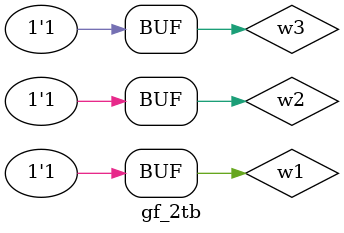
<source format=sv>
`timescale 1ns / 1ps


module gf_2tb();
reg w1 , w2 , w3 ;
wire out ;
gf_2 test(w1 , w2 , w3 , out) ;
//gf_4 test(w1 , w2 , w3 , out) ;
initial begin
$monitor ("%b %b %b %b" , w1 , w2 , w3 , out) ;
w1 = 0 ; w2 = 0 ; w3 = 0 ;
#1
w1 = 0 ; w2 = 0 ; w3 = 1 ;
#1
w1 = 0 ; w2 = 1 ; w3 = 0 ;
#1
w1 = 0 ; w2 = 1 ; w3 = 1 ;
#1
w1 = 1 ; w2 = 0 ; w3 = 0 ;
#1
w1 = 1 ; w2 = 0 ; w3 = 1 ;
#1
w1 = 1 ; w2 = 1 ; w3 = 0 ;
#1
w1 = 1 ; w2 = 1 ; w3 = 1 ;
end
endmodule

</source>
